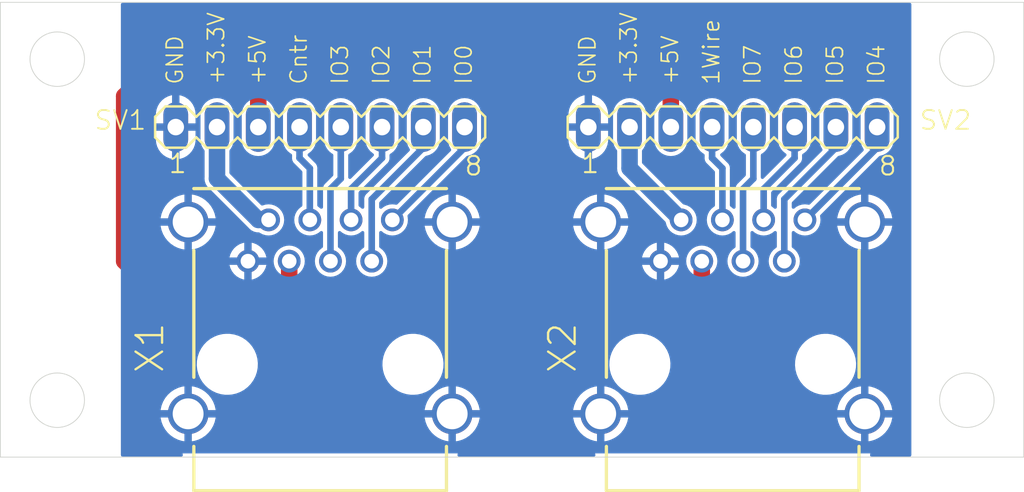
<source format=kicad_pcb>
(kicad_pcb (version 20221018) (generator pcbnew)
  (layers (0 "F.Cu" signal) (31 "B.Cu" signal) (34 "B.Paste" user) (35 "F.Paste" user) (36 "B.SilkS" user "B.Silkscreen") (37 "F.SilkS" user "F.Silkscreen") (38 "B.Mask" user) (39 "F.Mask" user) (44 "Edge.Cuts" user))
  (net 0 "")
  (net 1 "N$3")
  (net 2 "N$4")
  (net 3 "N$5")
  (net 4 "N$6")
  (net 5 "N$7")
  (net 6 "N$8")
  (net 7 "N$11")
  (net 8 "N$12")
  (net 9 "N$13")
  (net 10 "N$14")
  (net 11 "N$15")
  (net 12 "N$16")
  (net 13 "N$19")
  (net 14 "N$20")
  (net 15 "GND")
  (footprint "connector_board:MA08-1" (layer "F.Cu") (at 162.0861 98.6836)
    (fp_text reference "SV2" (at 11.43 0.254) (layer "F.SilkS") (effects (font (size 1.1557 1.1557) (thickness 0.1143)) (justify left bottom)))
    (fp_text value "")
    (fp_text user "1" (at -9.398 2.921) (layer "F.SilkS") (effects (font (size 1.143 1.143) (thickness 0.127)) (justify left bottom)))
    (fp_text user "8" (at 8.9139 3.0664) (layer "F.SilkS") (effects (font (size 1.143 1.143) (thickness 0.127)) (justify left bottom)))
    (fp_line (start -10.16 -0.635) (end -10.16 0.635) (stroke (width 0.1524)) (layer "F.SilkS"))
    (fp_line (start -10.16 0.635) (end -9.525 1.27) (stroke (width 0.1524)) (layer "F.SilkS"))
    (fp_line (start -9.525 -1.27) (end -10.16 -0.635) (stroke (width 0.1524)) (layer "F.SilkS"))
    (fp_line (start -9.525 -1.27) (end -8.255 -1.27) (stroke (width 0.1524)) (layer "F.SilkS"))
    (fp_line (start -8.255 -1.27) (end -7.62 -0.635) (stroke (width 0.1524)) (layer "F.SilkS"))
    (fp_line (start -8.255 1.27) (end -9.525 1.27) (stroke (width 0.1524)) (layer "F.SilkS"))
    (fp_line (start -7.62 -0.635) (end -6.985 -1.27) (stroke (width 0.1524)) (layer "F.SilkS"))
    (fp_line (start -7.62 0.635) (end -8.255 1.27) (stroke (width 0.1524)) (layer "F.SilkS"))
    (fp_line (start -6.985 -1.27) (end -5.715 -1.27) (stroke (width 0.1524)) (layer "F.SilkS"))
    (fp_line (start -6.985 1.27) (end -7.62 0.635) (stroke (width 0.1524)) (layer "F.SilkS"))
    (fp_line (start -5.715 -1.27) (end -5.08 -0.635) (stroke (width 0.1524)) (layer "F.SilkS"))
    (fp_line (start -5.715 1.27) (end -6.985 1.27) (stroke (width 0.1524)) (layer "F.SilkS"))
    (fp_line (start -5.08 -0.635) (end -4.445 -1.27) (stroke (width 0.1524)) (layer "F.SilkS"))
    (fp_line (start -5.08 0.635) (end -5.715 1.27) (stroke (width 0.1524)) (layer "F.SilkS"))
    (fp_line (start -4.445 -1.27) (end -3.175 -1.27) (stroke (width 0.1524)) (layer "F.SilkS"))
    (fp_line (start -4.445 1.27) (end -5.08 0.635) (stroke (width 0.1524)) (layer "F.SilkS"))
    (fp_line (start -3.175 -1.27) (end -2.54 -0.635) (stroke (width 0.1524)) (layer "F.SilkS"))
    (fp_line (start -3.175 1.27) (end -4.445 1.27) (stroke (width 0.1524)) (layer "F.SilkS"))
    (fp_line (start -2.54 0.635) (end -3.175 1.27) (stroke (width 0.1524)) (layer "F.SilkS"))
    (fp_line (start -2.54 0.635) (end -1.905 1.27) (stroke (width 0.1524)) (layer "F.SilkS"))
    (fp_line (start -1.905 -1.27) (end -2.54 -0.635) (stroke (width 0.1524)) (layer "F.SilkS"))
    (fp_line (start -1.905 -1.27) (end -0.635 -1.27) (stroke (width 0.1524)) (layer "F.SilkS"))
    (fp_line (start -0.635 -1.27) (end 0 -0.635) (stroke (width 0.1524)) (layer "F.SilkS"))
    (fp_line (start -0.635 1.27) (end -1.905 1.27) (stroke (width 0.1524)) (layer "F.SilkS"))
    (fp_line (start 0 0.635) (end -0.635 1.27) (stroke (width 0.1524)) (layer "F.SilkS"))
    (fp_line (start 0 0.635) (end 0.635 1.27) (stroke (width 0.1524)) (layer "F.SilkS"))
    (fp_line (start 0.635 -1.27) (end 0 -0.635) (stroke (width 0.1524)) (layer "F.SilkS"))
    (fp_line (start 0.635 -1.27) (end 1.905 -1.27) (stroke (width 0.1524)) (layer "F.SilkS"))
    (fp_line (start 1.905 -1.27) (end 2.54 -0.635) (stroke (width 0.1524)) (layer "F.SilkS"))
    (fp_line (start 1.905 1.27) (end 0.635 1.27) (stroke (width 0.1524)) (layer "F.SilkS"))
    (fp_line (start 2.54 -0.635) (end 3.175 -1.27) (stroke (width 0.1524)) (layer "F.SilkS"))
    (fp_line (start 2.54 0.635) (end 1.905 1.27) (stroke (width 0.1524)) (layer "F.SilkS"))
    (fp_line (start 3.175 -1.27) (end 4.445 -1.27) (stroke (width 0.1524)) (layer "F.SilkS"))
    (fp_line (start 3.175 1.27) (end 2.54 0.635) (stroke (width 0.1524)) (layer "F.SilkS"))
    (fp_line (start 4.445 -1.27) (end 5.08 -0.635) (stroke (width 0.1524)) (layer "F.SilkS"))
    (fp_line (start 4.445 1.27) (end 3.175 1.27) (stroke (width 0.1524)) (layer "F.SilkS"))
    (fp_line (start 5.08 -0.635) (end 5.715 -1.27) (stroke (width 0.1524)) (layer "F.SilkS"))
    (fp_line (start 5.08 0.635) (end 4.445 1.27) (stroke (width 0.1524)) (layer "F.SilkS"))
    (fp_line (start 5.715 -1.27) (end 6.985 -1.27) (stroke (width 0.1524)) (layer "F.SilkS"))
    (fp_line (start 5.715 1.27) (end 5.08 0.635) (stroke (width 0.1524)) (layer "F.SilkS"))
    (fp_line (start 6.985 -1.27) (end 7.62 -0.635) (stroke (width 0.1524)) (layer "F.SilkS"))
    (fp_line (start 6.985 1.27) (end 5.715 1.27) (stroke (width 0.1524)) (layer "F.SilkS"))
    (fp_line (start 7.62 0.635) (end 6.985 1.27) (stroke (width 0.1524)) (layer "F.SilkS"))
    (fp_line (start 7.62 0.635) (end 8.255 1.27) (stroke (width 0.1524)) (layer "F.SilkS"))
    (fp_line (start 8.255 -1.27) (end 7.62 -0.635) (stroke (width 0.1524)) (layer "F.SilkS"))
    (fp_line (start 8.255 -1.27) (end 9.525 -1.27) (stroke (width 0.1524)) (layer "F.SilkS"))
    (fp_line (start 9.525 -1.27) (end 10.16 -0.635) (stroke (width 0.1524)) (layer "F.SilkS"))
    (fp_line (start 9.525 1.27) (end 8.255 1.27) (stroke (width 0.1524)) (layer "F.SilkS"))
    (fp_line (start 10.16 -0.635) (end 10.16 0.635) (stroke (width 0.1524)) (layer "F.SilkS"))
    (fp_line (start 10.16 0.635) (end 9.525 1.27) (stroke (width 0.1524)) (layer "F.SilkS"))
    (pad "1" thru_hole oval (at -8.89 0 90) (size 3.048 1.524) (drill 1.016) (layers "*.Cu" "*.Mask") (net 15 "GND"))
    (pad "2" thru_hole oval (at -6.35 0 90) (size 3.048 1.524) (drill 1.016) (layers "*.Cu" "*.Mask") (net 14 "N$20"))
    (pad "3" thru_hole oval (at -3.81 0 90) (size 3.048 1.524) (drill 1.016) (layers "*.Cu" "*.Mask") (net 7 "N$11"))
    (pad "4" thru_hole oval (at -1.27 0 90) (size 3.048 1.524) (drill 1.016) (layers "*.Cu" "*.Mask") (net 8 "N$12"))
    (pad "5" thru_hole oval (at 1.27 0 90) (size 3.048 1.524) (drill 1.016) (layers "*.Cu" "*.Mask") (net 9 "N$13"))
    (pad "6" thru_hole oval (at 3.81 0 90) (size 3.048 1.524) (drill 1.016) (layers "*.Cu" "*.Mask") (net 10 "N$14"))
    (pad "7" thru_hole oval (at 6.35 0 90) (size 3.048 1.524) (drill 1.016) (layers "*.Cu" "*.Mask") (net 11 "N$15"))
    (pad "8" thru_hole oval (at 8.89 0 90) (size 3.048 1.524) (drill 1.016) (layers "*.Cu" "*.Mask") (net 12 "N$16"))
  )
  (footprint "connector_board:RJ45-SHIELD1" (layer "F.Cu") (at 136.6861 113.2886)
    (fp_text reference "X1" (at -9.525 0.635 90) (layer "F.SilkS") (effects (font (size 1.63576 1.63576) (thickness 0.14224)) (justify left bottom)))
    (fp_text value "RJ45-6L21-B")
    (fp_line (start -7.777 -10.819) (end 7.777 -10.819) (stroke (width 0.2032)) (layer "F.SilkS"))
    (fp_line (start -7.777 0.797) (end -7.777 -7.009) (stroke (width 0.2032)) (layer "F.SilkS"))
    (fp_line (start -7.777 7.782) (end -7.777 5.056) (stroke (width 0.2032)) (layer "F.SilkS"))
    (fp_line (start 7.777 -7.009) (end 7.777 0.797) (stroke (width 0.2032)) (layer "F.SilkS"))
    (fp_line (start 7.777 5.056) (end 7.777 7.782) (stroke (width 0.2032)) (layer "F.SilkS"))
    (fp_line (start 7.777 7.782) (end -7.777 7.782) (stroke (width 0.2032)) (layer "F.SilkS"))
    (pad "" np_thru_hole circle (at -5.715 0) (size 3.2512 3.2512) (drill 3.2512) (layers "*.Cu" "*.Mask"))
    (pad "" np_thru_hole circle (at 5.715 0) (size 3.2512 3.2512) (drill 3.2512) (layers "*.Cu" "*.Mask"))
    (pad "1" thru_hole circle (at -4.445 -6.35) (size 1.4 1.4) (drill 0.9) (layers "*.Cu" "*.Mask") (net 15 "GND"))
    (pad "2" thru_hole circle (at -3.175 -8.89) (size 1.4 1.4) (drill 0.9) (layers "*.Cu" "*.Mask") (net 13 "N$19"))
    (pad "3" thru_hole circle (at -1.905 -6.35) (size 1.4 1.4) (drill 0.9) (layers "*.Cu" "*.Mask") (net 1 "N$3"))
    (pad "4" thru_hole circle (at -0.635 -8.89) (size 1.4 1.4) (drill 0.9) (layers "*.Cu" "*.Mask") (net 2 "N$4"))
    (pad "5" thru_hole circle (at 0.635 -6.35) (size 1.4 1.4) (drill 0.9) (layers "*.Cu" "*.Mask") (net 3 "N$5"))
    (pad "6" thru_hole circle (at 1.905 -8.89) (size 1.4 1.4) (drill 0.9) (layers "*.Cu" "*.Mask") (net 4 "N$6"))
    (pad "7" thru_hole circle (at 3.175 -6.35) (size 1.4 1.4) (drill 0.9) (layers "*.Cu" "*.Mask") (net 5 "N$7"))
    (pad "8" thru_hole circle (at 4.445 -8.89) (size 1.4 1.4) (drill 0.9) (layers "*.Cu" "*.Mask") (net 6 "N$8"))
    (pad "S1" thru_hole circle (at -8.128 3.048) (size 2.5 2.5) (drill 1.9) (layers "*.Cu" "*.Mask") (net 15 "GND"))
    (pad "S2" thru_hole circle (at 8.128 3.048) (size 2.5 2.5) (drill 1.9) (layers "*.Cu" "*.Mask") (net 15 "GND"))
    (pad "S3" thru_hole circle (at -8.128 -8.76) (size 2.5 2.5) (drill 1.9) (layers "*.Cu" "*.Mask") (net 15 "GND"))
    (pad "S4" thru_hole circle (at 8.128 -8.76) (size 2.5 2.5) (drill 1.9) (layers "*.Cu" "*.Mask") (net 15 "GND"))
  )
  (footprint "connector_board:RJ45-SHIELD1" (layer "F.Cu") (at 162.0861 113.2886)
    (fp_text reference "X2" (at -9.525 0.635 90) (layer "F.SilkS") (effects (font (size 1.63576 1.63576) (thickness 0.14224)) (justify left bottom)))
    (fp_text value "RJ45-6L21-B")
    (fp_line (start -7.777 -10.819) (end 7.777 -10.819) (stroke (width 0.2032)) (layer "F.SilkS"))
    (fp_line (start -7.777 0.797) (end -7.777 -7.009) (stroke (width 0.2032)) (layer "F.SilkS"))
    (fp_line (start -7.777 7.782) (end -7.777 5.056) (stroke (width 0.2032)) (layer "F.SilkS"))
    (fp_line (start 7.777 -7.009) (end 7.777 0.797) (stroke (width 0.2032)) (layer "F.SilkS"))
    (fp_line (start 7.777 5.056) (end 7.777 7.782) (stroke (width 0.2032)) (layer "F.SilkS"))
    (fp_line (start 7.777 7.782) (end -7.777 7.782) (stroke (width 0.2032)) (layer "F.SilkS"))
    (pad "" np_thru_hole circle (at -5.715 0) (size 3.2512 3.2512) (drill 3.2512) (layers "*.Cu" "*.Mask"))
    (pad "" np_thru_hole circle (at 5.715 0) (size 3.2512 3.2512) (drill 3.2512) (layers "*.Cu" "*.Mask"))
    (pad "1" thru_hole circle (at -4.445 -6.35) (size 1.4 1.4) (drill 0.9) (layers "*.Cu" "*.Mask") (net 15 "GND"))
    (pad "2" thru_hole circle (at -3.175 -8.89) (size 1.4 1.4) (drill 0.9) (layers "*.Cu" "*.Mask") (net 14 "N$20"))
    (pad "3" thru_hole circle (at -1.905 -6.35) (size 1.4 1.4) (drill 0.9) (layers "*.Cu" "*.Mask") (net 7 "N$11"))
    (pad "4" thru_hole circle (at -0.635 -8.89) (size 1.4 1.4) (drill 0.9) (layers "*.Cu" "*.Mask") (net 8 "N$12"))
    (pad "5" thru_hole circle (at 0.635 -6.35) (size 1.4 1.4) (drill 0.9) (layers "*.Cu" "*.Mask") (net 9 "N$13"))
    (pad "6" thru_hole circle (at 1.905 -8.89) (size 1.4 1.4) (drill 0.9) (layers "*.Cu" "*.Mask") (net 10 "N$14"))
    (pad "7" thru_hole circle (at 3.175 -6.35) (size 1.4 1.4) (drill 0.9) (layers "*.Cu" "*.Mask") (net 11 "N$15"))
    (pad "8" thru_hole circle (at 4.445 -8.89) (size 1.4 1.4) (drill 0.9) (layers "*.Cu" "*.Mask") (net 12 "N$16"))
    (pad "S1" thru_hole circle (at -8.128 3.048) (size 2.5 2.5) (drill 1.9) (layers "*.Cu" "*.Mask") (net 15 "GND"))
    (pad "S2" thru_hole circle (at 8.128 3.048) (size 2.5 2.5) (drill 1.9) (layers "*.Cu" "*.Mask") (net 15 "GND"))
    (pad "S3" thru_hole circle (at -8.128 -8.76) (size 2.5 2.5) (drill 1.9) (layers "*.Cu" "*.Mask") (net 15 "GND"))
    (pad "S4" thru_hole circle (at 8.128 -8.76) (size 2.5 2.5) (drill 1.9) (layers "*.Cu" "*.Mask") (net 15 "GND"))
  )
  (footprint "connector_board:MA08-1" (layer "F.Cu") (at 136.6861 98.6836)
    (fp_text reference "SV1" (at -13.97 0.254) (layer "F.SilkS") (effects (font (size 1.1557 1.1557) (thickness 0.1143)) (justify left bottom)))
    (fp_text value "")
    (fp_text user "1" (at -9.398 2.921) (layer "F.SilkS") (effects (font (size 1.143 1.143) (thickness 0.127)) (justify left bottom)))
    (fp_text user "8" (at 8.8139 3.0664) (layer "F.SilkS") (effects (font (size 1.143 1.143) (thickness 0.127)) (justify left bottom)))
    (fp_line (start -10.16 -0.635) (end -10.16 0.635) (stroke (width 0.1524)) (layer "F.SilkS"))
    (fp_line (start -10.16 0.635) (end -9.525 1.27) (stroke (width 0.1524)) (layer "F.SilkS"))
    (fp_line (start -9.525 -1.27) (end -10.16 -0.635) (stroke (width 0.1524)) (layer "F.SilkS"))
    (fp_line (start -9.525 -1.27) (end -8.255 -1.27) (stroke (width 0.1524)) (layer "F.SilkS"))
    (fp_line (start -8.255 -1.27) (end -7.62 -0.635) (stroke (width 0.1524)) (layer "F.SilkS"))
    (fp_line (start -8.255 1.27) (end -9.525 1.27) (stroke (width 0.1524)) (layer "F.SilkS"))
    (fp_line (start -7.62 -0.635) (end -6.985 -1.27) (stroke (width 0.1524)) (layer "F.SilkS"))
    (fp_line (start -7.62 0.635) (end -8.255 1.27) (stroke (width 0.1524)) (layer "F.SilkS"))
    (fp_line (start -6.985 -1.27) (end -5.715 -1.27) (stroke (width 0.1524)) (layer "F.SilkS"))
    (fp_line (start -6.985 1.27) (end -7.62 0.635) (stroke (width 0.1524)) (layer "F.SilkS"))
    (fp_line (start -5.715 -1.27) (end -5.08 -0.635) (stroke (width 0.1524)) (layer "F.SilkS"))
    (fp_line (start -5.715 1.27) (end -6.985 1.27) (stroke (width 0.1524)) (layer "F.SilkS"))
    (fp_line (start -5.08 -0.635) (end -4.445 -1.27) (stroke (width 0.1524)) (layer "F.SilkS"))
    (fp_line (start -5.08 0.635) (end -5.715 1.27) (stroke (width 0.1524)) (layer "F.SilkS"))
    (fp_line (start -4.445 -1.27) (end -3.175 -1.27) (stroke (width 0.1524)) (layer "F.SilkS"))
    (fp_line (start -4.445 1.27) (end -5.08 0.635) (stroke (width 0.1524)) (layer "F.SilkS"))
    (fp_line (start -3.175 -1.27) (end -2.54 -0.635) (stroke (width 0.1524)) (layer "F.SilkS"))
    (fp_line (start -3.175 1.27) (end -4.445 1.27) (stroke (width 0.1524)) (layer "F.SilkS"))
    (fp_line (start -2.54 0.635) (end -3.175 1.27) (stroke (width 0.1524)) (layer "F.SilkS"))
    (fp_line (start -2.54 0.635) (end -1.905 1.27) (stroke (width 0.1524)) (layer "F.SilkS"))
    (fp_line (start -1.905 -1.27) (end -2.54 -0.635) (stroke (width 0.1524)) (layer "F.SilkS"))
    (fp_line (start -1.905 -1.27) (end -0.635 -1.27) (stroke (width 0.1524)) (layer "F.SilkS"))
    (fp_line (start -0.635 -1.27) (end 0 -0.635) (stroke (width 0.1524)) (layer "F.SilkS"))
    (fp_line (start -0.635 1.27) (end -1.905 1.27) (stroke (width 0.1524)) (layer "F.SilkS"))
    (fp_line (start 0 0.635) (end -0.635 1.27) (stroke (width 0.1524)) (layer "F.SilkS"))
    (fp_line (start 0 0.635) (end 0.635 1.27) (stroke (width 0.1524)) (layer "F.SilkS"))
    (fp_line (start 0.635 -1.27) (end 0 -0.635) (stroke (width 0.1524)) (layer "F.SilkS"))
    (fp_line (start 0.635 -1.27) (end 1.905 -1.27) (stroke (width 0.1524)) (layer "F.SilkS"))
    (fp_line (start 1.905 -1.27) (end 2.54 -0.635) (stroke (width 0.1524)) (layer "F.SilkS"))
    (fp_line (start 1.905 1.27) (end 0.635 1.27) (stroke (width 0.1524)) (layer "F.SilkS"))
    (fp_line (start 2.54 -0.635) (end 3.175 -1.27) (stroke (width 0.1524)) (layer "F.SilkS"))
    (fp_line (start 2.54 0.635) (end 1.905 1.27) (stroke (width 0.1524)) (layer "F.SilkS"))
    (fp_line (start 3.175 -1.27) (end 4.445 -1.27) (stroke (width 0.1524)) (layer "F.SilkS"))
    (fp_line (start 3.175 1.27) (end 2.54 0.635) (stroke (width 0.1524)) (layer "F.SilkS"))
    (fp_line (start 4.445 -1.27) (end 5.08 -0.635) (stroke (width 0.1524)) (layer "F.SilkS"))
    (fp_line (start 4.445 1.27) (end 3.175 1.27) (stroke (width 0.1524)) (layer "F.SilkS"))
    (fp_line (start 5.08 -0.635) (end 5.715 -1.27) (stroke (width 0.1524)) (layer "F.SilkS"))
    (fp_line (start 5.08 0.635) (end 4.445 1.27) (stroke (width 0.1524)) (layer "F.SilkS"))
    (fp_line (start 5.715 -1.27) (end 6.985 -1.27) (stroke (width 0.1524)) (layer "F.SilkS"))
    (fp_line (start 5.715 1.27) (end 5.08 0.635) (stroke (width 0.1524)) (layer "F.SilkS"))
    (fp_line (start 6.985 -1.27) (end 7.62 -0.635) (stroke (width 0.1524)) (layer "F.SilkS"))
    (fp_line (start 6.985 1.27) (end 5.715 1.27) (stroke (width 0.1524)) (layer "F.SilkS"))
    (fp_line (start 7.62 0.635) (end 6.985 1.27) (stroke (width 0.1524)) (layer "F.SilkS"))
    (fp_line (start 7.62 0.635) (end 8.255 1.27) (stroke (width 0.1524)) (layer "F.SilkS"))
    (fp_line (start 8.255 -1.27) (end 7.62 -0.635) (stroke (width 0.1524)) (layer "F.SilkS"))
    (fp_line (start 8.255 -1.27) (end 9.525 -1.27) (stroke (width 0.1524)) (layer "F.SilkS"))
    (fp_line (start 9.525 -1.27) (end 10.16 -0.635) (stroke (width 0.1524)) (layer "F.SilkS"))
    (fp_line (start 9.525 1.27) (end 8.255 1.27) (stroke (width 0.1524)) (layer "F.SilkS"))
    (fp_line (start 10.16 -0.635) (end 10.16 0.635) (stroke (width 0.1524)) (layer "F.SilkS"))
    (fp_line (start 10.16 0.635) (end 9.525 1.27) (stroke (width 0.1524)) (layer "F.SilkS"))
    (pad "1" thru_hole oval (at -8.89 0 90) (size 3.048 1.524) (drill 1.016) (layers "*.Cu" "*.Mask") (net 15 "GND"))
    (pad "2" thru_hole oval (at -6.35 0 90) (size 3.048 1.524) (drill 1.016) (layers "*.Cu" "*.Mask") (net 13 "N$19"))
    (pad "3" thru_hole oval (at -3.81 0 90) (size 3.048 1.524) (drill 1.016) (layers "*.Cu" "*.Mask") (net 1 "N$3"))
    (pad "4" thru_hole oval (at -1.27 0 90) (size 3.048 1.524) (drill 1.016) (layers "*.Cu" "*.Mask") (net 2 "N$4"))
    (pad "5" thru_hole oval (at 1.27 0 90) (size 3.048 1.524) (drill 1.016) (layers "*.Cu" "*.Mask") (net 3 "N$5"))
    (pad "6" thru_hole oval (at 3.81 0 90) (size 3.048 1.524) (drill 1.016) (layers "*.Cu" "*.Mask") (net 4 "N$6"))
    (pad "7" thru_hole oval (at 6.35 0 90) (size 3.048 1.524) (drill 1.016) (layers "*.Cu" "*.Mask") (net 5 "N$7"))
    (pad "8" thru_hole oval (at 8.89 0 90) (size 3.048 1.524) (drill 1.016) (layers "*.Cu" "*.Mask") (net 6 "N$8"))
  )
  (gr_line (start 117.0011 91.0036) (end 180.0011 91.0036) (stroke (width 0.05)) (layer "Edge.Cuts"))
  (gr_circle (center 120.5 115.5) (end 121.25 114) (stroke (width 0.05)) (fill none) (layer "Edge.Cuts"))
  (gr_circle (center 176.5 115.5) (end 178.177051 115.5) (stroke (width 0.05)) (fill none) (layer "Edge.Cuts"))
  (gr_circle (center 176.5 94.5) (end 178.177051 94.5) (stroke (width 0.05)) (fill none) (layer "Edge.Cuts"))
  (gr_line (start 180.0011 119.0036) (end 117.0011 119.0036) (stroke (width 0.05)) (layer "Edge.Cuts"))
  (gr_line (start 180.0011 91.0036) (end 180.0011 119.0036) (stroke (width 0.05)) (layer "Edge.Cuts"))
  (gr_line (start 117.0011 119.0036) (end 117.0011 91.0036) (stroke (width 0.05)) (layer "Edge.Cuts"))
  (gr_circle (center 120.5011 94.5036) (end 122.178151 94.5036) (stroke (width 0.05)) (fill none) (layer "Edge.Cuts"))
  (gr_text "IO2" (at 139.8611 96.1436 90) (layer "F.SilkS") (effects (font (size 1 1) (thickness 0.1016)) (justify left top)))
  (gr_text "GND" (at 127.1611 96.1436 90) (layer "F.SilkS") (effects (font (size 1 1) (thickness 0.1016)) (justify left top)))
  (gr_text "+5V" (at 157.6411 96.1436 90) (layer "F.SilkS") (effects (font (size 1 1) (thickness 0.1016)) (justify left top)))
  (gr_text "IO0" (at 144.9411 96.1436 90) (layer "F.SilkS") (effects (font (size 1 1) (thickness 0.1016)) (justify left top)))
  (gr_text "+3.3V" (at 129.7011 96.1436 90) (layer "F.SilkS") (effects (font (size 1 1) (thickness 0.1016)) (justify left top)))
  (gr_text "GND" (at 152.5611 96.1436 90) (layer "F.SilkS") (effects (font (size 1 1) (thickness 0.1016)) (justify left top)))
  (gr_text "+3.3V" (at 155.1011 96.1436 90) (layer "F.SilkS") (effects (font (size 1 1) (thickness 0.1016)) (justify left top)))
  (gr_text "IO3" (at 137.3211 96.1436 90) (layer "F.SilkS") (effects (font (size 1 1) (thickness 0.1016)) (justify left top)))
  (gr_text "IO5" (at 167.8011 96.1436 90) (layer "F.SilkS") (effects (font (size 1 1) (thickness 0.1016)) (justify left top)))
  (gr_text "IO6" (at 165.2611 96.1436 90) (layer "F.SilkS") (effects (font (size 1 1) (thickness 0.1016)) (justify left top)))
  (gr_text "IO7" (at 162.7211 96.1436 90) (layer "F.SilkS") (effects (font (size 1 1) (thickness 0.1016)) (justify left top)))
  (gr_text "IO4" (at 170.3411 96.1436 90) (layer "F.SilkS") (effects (font (size 1 1) (thickness 0.1016)) (justify left top)))
  (gr_text "+5V" (at 132.2411 96.1436 90) (layer "F.SilkS") (effects (font (size 1 1) (thickness 0.1016)) (justify left top)))
  (gr_text "IO1" (at 142.4011 96.1436 90) (layer "F.SilkS") (effects (font (size 1 1) (thickness 0.1016)) (justify left top)))
  (gr_text "1Wire" (at 160.1811 96.1436 90) (layer "F.SilkS") (effects (font (size 1 1) (thickness 0.1016)) (justify left top)))
  (gr_text "Cntr" (at 134.7811 96.1436 90) (layer "F.SilkS") (effects (font (size 1 1) (thickness 0.1016)) (justify left top)))
  (segment (start 132.8761 96.1436) (end 132.8761 98.6836) (width 1.016) (layer "F.Cu") (net 1))
  (segment (start 134.7811 106.9386) (end 134.7811 108.2086) (width 1.016) (layer "F.Cu") (net 1))
  (segment (start 127.1611 109.4786) (end 124.6211 106.9386) (width 1.016) (layer "F.Cu") (net 1))
  (segment (start 133.5111 109.4786) (end 127.1611 109.4786) (width 1.016) (layer "F.Cu") (net 1))
  (segment (start 124.6211 106.9386) (end 124.6211 96.7786) (width 1.016) (layer "F.Cu") (net 1))
  (segment (start 134.7811 108.2086) (end 133.5111 109.4786) (width 1.016) (layer "F.Cu") (net 1))
  (segment (start 124.6211 96.7786) (end 125.8911 95.5086) (width 1.016) (layer "F.Cu") (net 1))
  (segment (start 132.2411 95.5086) (end 132.8761 96.1436) (width 1.016) (layer "F.Cu") (net 1))
  (segment (start 125.8911 95.5086) (end 132.2411 95.5086) (width 1.016) (layer "F.Cu") (net 1))
  (segment (start 135.4161 100.5886) (end 135.4161 98.6836) (width 0.4064) (layer "B.Cu") (net 2))
  (segment (start 136.0511 104.3986) (end 136.0511 101.2236) (width 0.4064) (layer "B.Cu") (net 2))
  (segment (start 136.0511 101.2236) (end 135.4161 100.5886) (width 0.4064) (layer "B.Cu") (net 2))
  (segment (start 137.3211 102.4936) (end 137.3211 106.9386) (width 0.4064) (layer "B.Cu") (net 3))
  (segment (start 137.9561 98.6836) (end 137.9561 101.8586) (width 0.4064) (layer "B.Cu") (net 3))
  (segment (start 137.9561 101.8586) (end 137.3211 102.4936) (width 0.4064) (layer "B.Cu") (net 3))
  (segment (start 140.4961 100.5886) (end 140.4961 98.6836) (width 0.4064) (layer "B.Cu") (net 4))
  (segment (start 138.5911 104.3986) (end 138.5911 102.4936) (width 0.4064) (layer "B.Cu") (net 4))
  (segment (start 138.5911 102.4936) (end 140.4961 100.5886) (width 0.4064) (layer "B.Cu") (net 4))
  (segment (start 139.8611 103.1286) (end 143.0361 99.9536) (width 0.4064) (layer "B.Cu") (net 5))
  (segment (start 143.0361 99.9536) (end 143.0361 98.6836) (width 0.4064) (layer "B.Cu") (net 5))
  (segment (start 139.8611 106.9386) (end 139.8611 103.1286) (width 0.4064) (layer "B.Cu") (net 5))
  (segment (start 145.5761 99.9536) (end 141.1311 104.3986) (width 0.4064) (layer "B.Cu") (net 6))
  (segment (start 145.5761 98.6836) (end 145.5761 99.9536) (width 0.4064) (layer "B.Cu") (net 6))
  (segment (start 160.1811 108.2086) (end 160.1811 106.9386) (width 1.016) (layer "F.Cu") (net 7))
  (segment (start 157.6411 94.8736) (end 151.2911 94.8736) (width 1.016) (layer "F.Cu") (net 7))
  (segment (start 158.9111 109.4786) (end 160.1811 108.2086) (width 1.016) (layer "F.Cu") (net 7))
  (segment (start 158.2761 95.5086) (end 157.6411 94.8736) (width 1.016) (layer "F.Cu") (net 7))
  (segment (start 150.0211 96.1436) (end 150.0211 106.3036) (width 1.016) (layer "F.Cu") (net 7))
  (segment (start 153.1961 109.4786) (end 158.9111 109.4786) (width 1.016) (layer "F.Cu") (net 7))
  (segment (start 150.0211 106.3036) (end 153.1961 109.4786) (width 1.016) (layer "F.Cu") (net 7))
  (segment (start 158.2761 98.6836) (end 158.2761 95.5086) (width 1.016) (layer "F.Cu") (net 7))
  (segment (start 151.2911 94.8736) (end 150.0211 96.1436) (width 1.016) (layer "F.Cu") (net 7))
  (segment (start 160.8161 98.6836) (end 160.8161 100.5886) (width 0.4064) (layer "B.Cu") (net 8))
  (segment (start 160.8161 100.5886) (end 161.4511 101.2236) (width 0.4064) (layer "B.Cu") (net 8))
  (segment (start 161.4511 101.2236) (end 161.4511 104.3986) (width 0.4064) (layer "B.Cu") (net 8))
  (segment (start 163.3561 101.8586) (end 163.3561 98.6836) (width 0.4064) (layer "B.Cu") (net 9))
  (segment (start 162.7211 106.9386) (end 162.7211 102.4936) (width 0.4064) (layer "B.Cu") (net 9))
  (segment (start 162.7211 102.4936) (end 163.3561 101.8586) (width 0.4064) (layer "B.Cu") (net 9))
  (segment (start 165.8961 100.5886) (end 165.8961 98.6836) (width 0.4064) (layer "B.Cu") (net 10))
  (segment (start 163.9911 102.4936) (end 165.8961 100.5886) (width 0.4064) (layer "B.Cu") (net 10))
  (segment (start 163.9911 104.3986) (end 163.9911 102.4936) (width 0.4064) (layer "B.Cu") (net 10))
  (segment (start 165.2611 103.1286) (end 168.4361 99.9536) (width 0.4064) (layer "B.Cu") (net 11))
  (segment (start 168.4361 99.9536) (end 168.4361 98.6836) (width 0.4064) (layer "B.Cu") (net 11))
  (segment (start 165.2611 106.9386) (end 165.2611 103.1286) (width 0.4064) (layer "B.Cu") (net 11))
  (segment (start 166.5311 104.3986) (end 170.9761 99.9536) (width 0.4064) (layer "B.Cu") (net 12))
  (segment (start 170.9761 99.9536) (end 170.9761 98.6836) (width 0.4064) (layer "B.Cu") (net 12))
  (segment (start 133.5111 104.3986) (end 132.8761 104.3986) (width 1.016) (layer "B.Cu") (net 13))
  (segment (start 132.8761 104.3986) (end 130.3361 101.8586) (width 1.016) (layer "B.Cu") (net 13))
  (segment (start 130.3361 101.8586) (end 130.3361 98.6836) (width 1.016) (layer "B.Cu") (net 13))
  (segment (start 155.7361 98.6836) (end 155.7361 101.2236) (width 1.016) (layer "B.Cu") (net 14))
  (segment (start 155.7361 101.2236) (end 158.9111 104.3986) (width 1.016) (layer "B.Cu") (net 14))
  (zone (net 15) (net_name "GND") (layer "B.Cu") (priority 6) (connect_pads (clearance 0.254)) (min_thickness 0.2032) (fill yes (thermal_gap 0.4564) (thermal_bridge_width 0.4564))
    (polygon (pts (xy 173.0843 119.2068) (xy 124.4179 119.2068) (xy 124.4179 90.8604) (xy 173.0843 90.8604)))
  )
)
</source>
